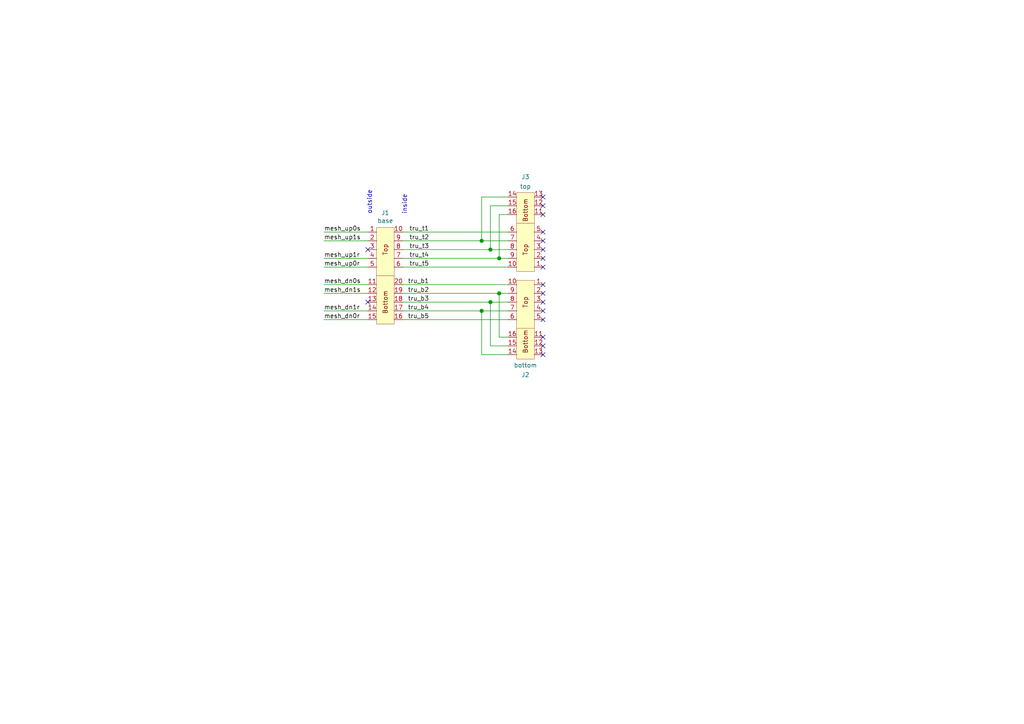
<source format=kicad_sch>
(kicad_sch (version 20200828) (generator eeschema)
  (page 1 1)
  (paper "A4")
  (lib_symbols
    (symbol "common_symbols:15mm_junction"
      (property "Reference" "J" (at 0 0 0))
      (property "Value" "15mm_junction" (at -1.27 13.97 0))
      (symbol "15mm_junction_0_0"
        (text "Top" (at 0 3.81 900) (effects (font (size 1.27 1.27))))
        (text "Bottom" (at 0 -11.43 900) (effects (font (size 1.27 1.27))))
      )
      (symbol "15mm_junction_0_1"
        (rectangle (start -2.54 10.16) (end 2.54 -17.78) (stroke (width 0.001)) (fill (type background)))
        (polyline (pts (xy -2.54 -3.81) (xy 2.54 -3.81)) (stroke (width 0.0006)))
      )
      (symbol "15mm_junction_1_1"
        (pin input line (at -5.08 8.89 0) (length 2.54) (name "") (number "1"))
        (pin input line (at -5.08 6.35 0) (length 2.54) (name "") (number "2"))
        (pin input line (at -5.08 3.81 0) (length 2.54) (name "") (number "3"))
        (pin input line (at -5.08 1.27 0) (length 2.54) (name "") (number "4"))
        (pin input line (at -5.08 -1.27 0) (length 2.54) (name "") (number "5"))
        (pin input line (at 5.08 -1.27 180) (length 2.54) (name "") (number "6"))
        (pin input line (at 5.08 1.27 180) (length 2.54) (name "") (number "7"))
        (pin input line (at 5.08 3.81 180) (length 2.54) (name "") (number "8"))
        (pin input line (at 5.08 6.35 180) (length 2.54) (name "") (number "9"))
        (pin input line (at 5.08 8.89 180) (length 2.54) (name "") (number "10"))
        (pin input line (at -5.08 -6.35 0) (length 2.54) (name "") (number "11"))
        (pin input line (at -5.08 -8.89 0) (length 2.54) (name "") (number "12"))
        (pin input line (at -5.08 -11.43 0) (length 2.54) (name "") (number "13"))
        (pin input line (at -5.08 -13.97 0) (length 2.54) (name "") (number "14"))
        (pin input line (at -5.08 -16.51 0) (length 2.54) (name "") (number "15"))
        (pin input line (at 5.08 -16.51 180) (length 2.54) (name "") (number "16"))
        (pin input line (at 5.08 -13.97 180) (length 2.54) (name "") (number "17"))
        (pin input line (at 5.08 -11.43 180) (length 2.54) (name "") (number "18"))
        (pin input line (at 5.08 -8.89 180) (length 2.54) (name "") (number "19"))
        (pin input line (at 5.08 -6.35 180) (length 2.54) (name "") (number "20"))
      )
    )
    (symbol "common_symbols:8mm_junction"
      (property "Reference" "J" (at 0 0 0))
      (property "Value" "8mm_junction" (at -1.27 13.97 0))
      (symbol "8mm_junction_0_0"
        (text "Top" (at 0 3.81 900) (effects (font (size 1.27 1.27))))
        (text "Bottom" (at 0 -7.62 900) (effects (font (size 1.27 1.27))))
      )
      (symbol "8mm_junction_0_1"
        (rectangle (start -2.54 -12.7) (end 2.54 10.16) (stroke (width 0.001)) (fill (type background)))
        (polyline (pts (xy -2.54 -3.81) (xy 2.54 -3.81)) (stroke (width 0.0006)))
      )
      (symbol "8mm_junction_1_1"
        (pin input line (at -5.08 8.89 0) (length 2.54) (name "") (number "1"))
        (pin input line (at -5.08 6.35 0) (length 2.54) (name "") (number "2"))
        (pin input line (at -5.08 3.81 0) (length 2.54) (name "") (number "3"))
        (pin input line (at -5.08 1.27 0) (length 2.54) (name "") (number "4"))
        (pin input line (at -5.08 -1.27 0) (length 2.54) (name "") (number "5"))
        (pin input line (at 5.08 -1.27 180) (length 2.54) (name "") (number "6"))
        (pin input line (at 5.08 1.27 180) (length 2.54) (name "") (number "7"))
        (pin input line (at 5.08 3.81 180) (length 2.54) (name "") (number "8"))
        (pin input line (at 5.08 6.35 180) (length 2.54) (name "") (number "9"))
        (pin input line (at 5.08 8.89 180) (length 2.54) (name "") (number "10"))
        (pin input line (at -5.08 -6.35 0) (length 2.54) (name "") (number "11"))
        (pin input line (at -5.08 -8.89 0) (length 2.54) (name "") (number "12"))
        (pin input line (at -5.08 -11.43 0) (length 2.54) (name "") (number "13"))
        (pin input line (at 5.08 -11.43 180) (length 2.54) (name "") (number "14"))
        (pin input line (at 5.08 -8.89 180) (length 2.54) (name "") (number "15"))
        (pin input line (at 5.08 -6.35 180) (length 2.54) (name "") (number "16"))
      )
    )
  )
  (junction (at 139.7 69.85) (diameter 1.016))
  (junction (at 139.7 90.17) (diameter 1.016))
  (junction (at 142.24 72.39) (diameter 1.016))
  (junction (at 142.24 87.63) (diameter 1.016))
  (junction (at 144.78 74.93) (diameter 1.016))
  (junction (at 144.78 85.09) (diameter 1.016))
  (no_connect (at 157.48 102.87))
  (no_connect (at 157.48 67.31))
  (no_connect (at 157.48 69.85))
  (no_connect (at 157.48 62.23))
  (no_connect (at 157.48 77.47))
  (no_connect (at 157.48 100.33))
  (no_connect (at 157.48 82.55))
  (no_connect (at 157.48 57.15))
  (no_connect (at 157.48 87.63))
  (no_connect (at 157.48 72.39))
  (no_connect (at 106.68 87.63))
  (no_connect (at 157.48 74.93))
  (no_connect (at 157.48 59.69))
  (no_connect (at 157.48 85.09))
  (no_connect (at 106.68 72.39))
  (no_connect (at 157.48 90.17))
  (no_connect (at 157.48 97.79))
  (no_connect (at 157.48 92.71))
  (wire (pts (xy 93.98 67.31) (xy 106.68 67.31)))
  (wire (pts (xy 93.98 69.85) (xy 106.68 69.85)))
  (wire (pts (xy 93.98 74.93) (xy 106.68 74.93)))
  (wire (pts (xy 93.98 77.47) (xy 106.68 77.47)))
  (wire (pts (xy 93.98 82.55) (xy 106.68 82.55)))
  (wire (pts (xy 93.98 85.09) (xy 106.68 85.09)))
  (wire (pts (xy 93.98 90.17) (xy 106.68 90.17)))
  (wire (pts (xy 93.98 92.71) (xy 106.68 92.71)))
  (wire (pts (xy 116.84 67.31) (xy 147.32 67.31)))
  (wire (pts (xy 116.84 69.85) (xy 139.7 69.85)))
  (wire (pts (xy 116.84 72.39) (xy 142.24 72.39)))
  (wire (pts (xy 116.84 74.93) (xy 144.78 74.93)))
  (wire (pts (xy 116.84 77.47) (xy 147.32 77.47)))
  (wire (pts (xy 116.84 82.55) (xy 147.32 82.55)))
  (wire (pts (xy 116.84 85.09) (xy 144.78 85.09)))
  (wire (pts (xy 116.84 87.63) (xy 142.24 87.63)))
  (wire (pts (xy 116.84 90.17) (xy 139.7 90.17)))
  (wire (pts (xy 116.84 92.71) (xy 147.32 92.71)))
  (wire (pts (xy 139.7 57.15) (xy 147.32 57.15)))
  (wire (pts (xy 139.7 69.85) (xy 139.7 57.15)))
  (wire (pts (xy 139.7 69.85) (xy 147.32 69.85)))
  (wire (pts (xy 139.7 90.17) (xy 139.7 102.87)))
  (wire (pts (xy 139.7 90.17) (xy 147.32 90.17)))
  (wire (pts (xy 139.7 102.87) (xy 147.32 102.87)))
  (wire (pts (xy 142.24 59.69) (xy 142.24 72.39)))
  (wire (pts (xy 142.24 72.39) (xy 147.32 72.39)))
  (wire (pts (xy 142.24 87.63) (xy 147.32 87.63)))
  (wire (pts (xy 142.24 100.33) (xy 142.24 87.63)))
  (wire (pts (xy 144.78 62.23) (xy 144.78 74.93)))
  (wire (pts (xy 144.78 74.93) (xy 147.32 74.93)))
  (wire (pts (xy 144.78 85.09) (xy 147.32 85.09)))
  (wire (pts (xy 144.78 97.79) (xy 144.78 85.09)))
  (wire (pts (xy 147.32 59.69) (xy 142.24 59.69)))
  (wire (pts (xy 147.32 62.23) (xy 144.78 62.23)))
  (wire (pts (xy 147.32 97.79) (xy 144.78 97.79)))
  (wire (pts (xy 147.32 100.33) (xy 142.24 100.33)))
  (text "outside" (at 107.95 62.23 90) (effects (font (size 1.27 1.27)) (justify left bottom)))
  (text "inside" (at 118.11 62.23 90) (effects (font (size 1.27 1.27)) (justify left bottom)))
  (label "mesh_up0s" (at 93.98 67.31 0))
  (label "mesh_up1s" (at 93.98 69.85 0))
  (label "mesh_up1r" (at 93.98 74.93 0))
  (label "mesh_up0r" (at 93.98 77.47 0))
  (label "mesh_dn0s" (at 93.98 82.55 0))
  (label "mesh_dn1s" (at 93.98 85.09 0))
  (label "mesh_dn1r" (at 93.98 90.17 0))
  (label "mesh_dn0r" (at 93.98 92.71 0))
  (label "tru_t1" (at 124.46 67.31 180))
  (label "tru_t2" (at 124.46 69.85 180))
  (label "tru_t3" (at 124.46 72.39 180))
  (label "tru_t4" (at 124.46 74.93 180))
  (label "tru_t5" (at 124.46 77.47 180))
  (label "tru_b1" (at 124.46 82.55 180))
  (label "tru_b2" (at 124.46 85.09 180))
  (label "tru_b3" (at 124.46 87.63 180))
  (label "tru_b4" (at 124.46 90.17 180))
  (label "tru_b5" (at 124.46 92.71 180))
  (symbol (lib_id "common_symbols:8mm_junction") (at 152.4 68.58 180) (unit 1)
    (property "Reference" "J3" (at 152.4 51.302 0))
    (property "Value" "top" (at 152.4 54.083 0))
    (property "Footprint" "common_footprints:8mm_plug" (effects hide))
  )
  (symbol (lib_id "common_symbols:8mm_junction") (at 152.4 91.44 0) (mirror y) (unit 1)
    (property "Reference" "J2" (at 152.4 108.718 0))
    (property "Value" "bottom" (at 152.4 105.937 0))
    (property "Footprint" "common_footprints:8mm_plug" (effects hide))
  )
  (symbol (lib_id "common_symbols:15mm_junction") (at 111.76 76.2 0) (unit 1)
    (property "Reference" "J1" (at 111.76 61.7282 0))
    (property "Value" "base" (at 111.76 64.027 0))
    (property "Footprint" "common_footprints:15mm_plug" (effects hide))
  )
)
</source>
